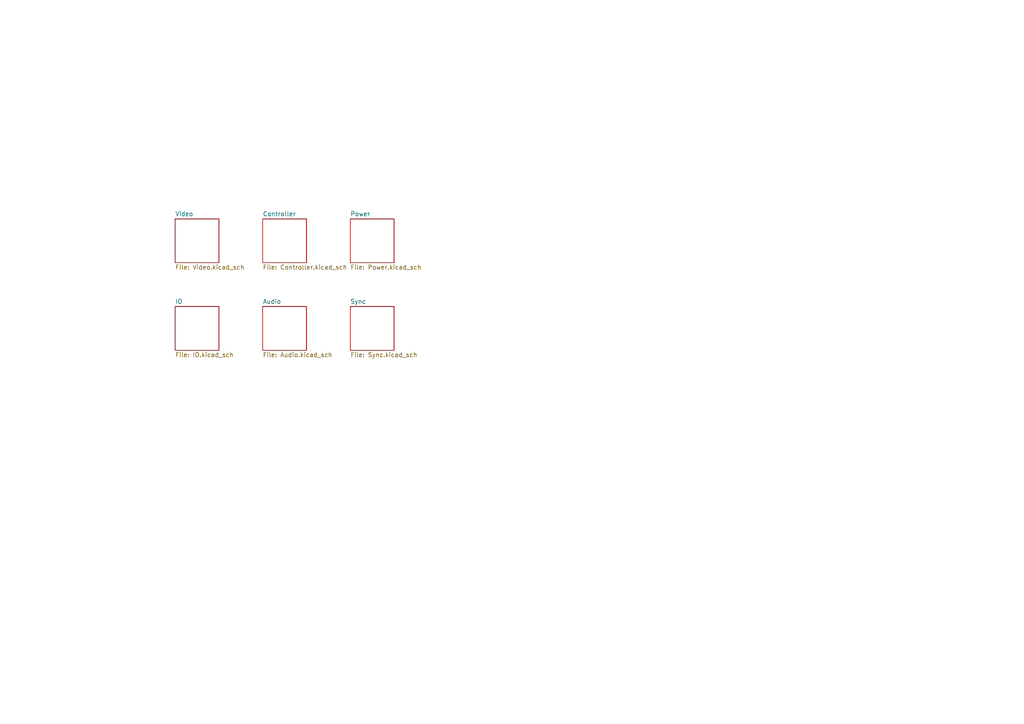
<source format=kicad_sch>
(kicad_sch (version 20211123) (generator eeschema)
  (paper "A4")
  (title_block (title "RT5XP-EXP") (date "2023-09-01") (rev "V1.2") (company "Artjom Eske"))
  (lib_symbols)
  (sheet (at 101.6 63.5) (size 12.7 12.7) (stroke (width 0.1524))
    (property "Sheet name" "Power" (at 101.6 62.7884 0) (effects (justify left bottom)))
    (property "Sheet file" "Power.kicad_sch" (at 101.6 76.7846 0) (effects (justify left top)))
  )
  (sheet (at 76.2 63.5) (size 12.7 12.7) (stroke (width 0.1524))
    (property "Sheet name" "Controller" (at 76.2 62.7884 0) (effects (justify left bottom)))
    (property "Sheet file" "Controller.kicad_sch" (at 76.2 76.7846 0) (effects (justify left top)))
  )
  (sheet (at 50.8 63.5) (size 12.7 12.7) (stroke (width 0.1524))
    (property "Sheet name" "Video" (at 50.8 62.7884 0) (effects (justify left bottom)))
    (property "Sheet file" "Video.kicad_sch" (at 50.8 76.7846 0) (effects (justify left top)))
  )
  (sheet (at 101.6 88.9) (size 12.7 12.7) (stroke (width 0.1524))
    (property "Sheet name" "Sync" (at 101.6 88.1884 0) (effects (justify left bottom)))
    (property "Sheet file" "Sync.kicad_sch" (at 101.6 102.1846 0) (effects (justify left top)))
  )
  (sheet (at 76.2 88.9) (size 12.7 12.7) (stroke (width 0.1524))
    (property "Sheet name" "Audio" (at 76.2 88.1884 0) (effects (justify left bottom)))
    (property "Sheet file" "Audio.kicad_sch" (at 76.2 102.1846 0) (effects (justify left top)))
  )
  (sheet (at 50.8 88.9) (size 12.7 12.7) (stroke (width 0.1524))
    (property "Sheet name" "IO" (at 50.8 88.1884 0) (effects (justify left bottom)))
    (property "Sheet file" "IO.kicad_sch" (at 50.8 102.1846 0) (effects (justify left top)))
  )
)
</source>
